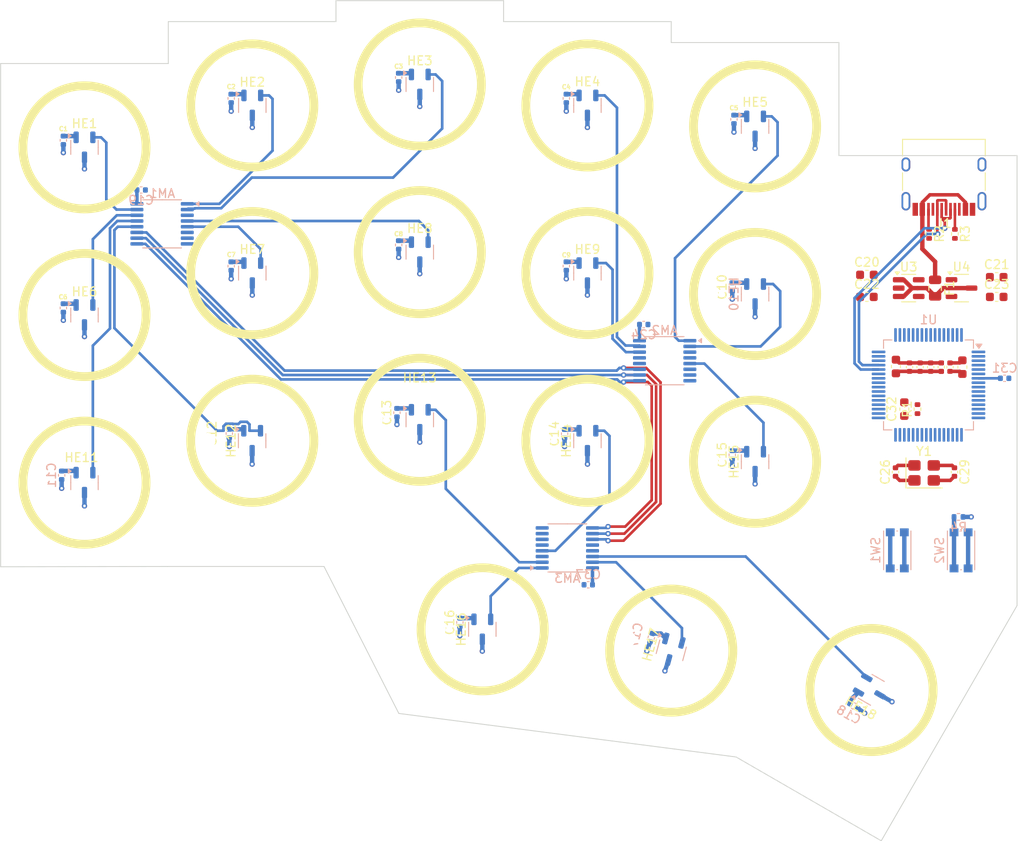
<source format=kicad_pcb>
(kicad_pcb (version 20241229) (generator "pcbnew") (generator_version "9.0")
  (layers (0 "F.Cu" signal) (2 "B.Cu" signal) (13 "F.Paste" user) (15 "B.Paste" user) (5 "F.SilkS" user "F.Silkscreen") (7 "B.SilkS" user "B.Silkscreen") (1 "F.Mask" user) (3 "B.Mask" user) (25 "Edge.Cuts" user))
  (net 0 "")
  (net 1 "HE3")
  (net 2 "HE2")
  (net 3 "MUX_SELECT_0")
  (net 4 "GND")
  (net 5 "HE1")
  (net 6 "HE6")
  (net 7 "HE4")
  (net 8 "HE5")
  (net 9 "HE8")
  (net 10 "HE7")
  (net 11 "+3.3VA")
  (net 12 "MUX_OUT_1")
  (net 13 "MUX_SELECT_2")
  (net 14 "MUX_SELECT_1")
  (net 15 "HE9")
  (net 16 "MUX_OUT_2")
  (net 17 "Net-(U1-VCAP_1)")
  (net 18 "+3.3V")
  (net 19 "NRST")
  (net 20 "/RCC_OSC_OUT")
  (net 21 "/RCC_OSC_IN")
  (net 22 "+5V")
  (net 23 "VBUS")
  (net 24 "Net-(J1-CC1)")
  (net 26 "Net-(J1-CC2)")
  (net 28 "SWDIO")
  (net 29 "SWO")
  (net 30 "SWCLK")
  (net 31 "/BOOT1")
  (net 32 "BOOT0")
  (net 45 "USB_D+")
  (net 50 "USB_D-")
  (net 74 "HE16")
  (net 75 "HE11")
  (net 76 "HE10")
  (net 77 "HE12")
  (net 78 "HE15")
  (net 79 "HE13")
  (net 80 "HE14")
  (net 81 "HE18")
  (net 82 "HE17")
  (footprint "HE60:MX-1U" (layer "F.Cu") (at 121.44375 61.9125)
    (property "Reference" "MX8")
    (property "Value" "1U")
  )
  (footprint "Resistor_SMD:R_0402_1005Metric" (layer "F.Cu") (at 182.25 59.84 -90)
    (property "Reference" "R3")
    (property "Value" "5.1k")
  )
  (footprint "Capacitor_SMD:C_0402_1005Metric" (layer "F.Cu") (at 180.697498 74.979999 90)
    (property "Reference" "C34" (hide yes))
    (property "Value" "100n" (hide yes))
  )
  (footprint "Package_TO_SOT_SMD:SOT-23-3" (layer "F.Cu") (at 183 66)
    (property "Reference" "U4")
    (property "Value" "XC6206P332MR-G")
  )
  (footprint "HE60:MX-1U" (layer "F.Cu") (at 172.775 111.67 60)
    (property "Reference" "MX18")
    (property "Value" "1U")
  )
  (footprint "Resistor_SMD:R_0402_1005Metric" (layer "F.Cu") (at 178 79.75 90)
    (property "Reference" "R1")
    (property "Value" "10k")
  )
  (footprint "HE60:MX-1U" (layer "F.Cu") (at 140.49375 45.24375)
    (property "Reference" "MX4")
    (property "Value" "1U")
  )
  (footprint "Capacitor_SMD:C_0402_1005Metric" (layer "F.Cu") (at 182.2 86.9 -90)
    (property "Reference" "C29")
    (property "Value" "10p")
  )
  (footprint "Capacitor_SMD:C_0402_1005Metric" (layer "F.Cu") (at 179.497498 74.979999 90)
    (property "Reference" "C30" (hide yes))
    (property "Value" "100n" (hide yes))
  )
  (footprint "HE60:MX-1U" (layer "F.Cu") (at 102.412502 45.24375)
    (property "Reference" "MX2")
    (property "Value" "1U")
  )
  (footprint "Capacitor_SMD:C_0402_1005Metric" (layer "F.Cu") (at 178.297498 74.979999 90)
    (property "Reference" "C28" (hide yes))
    (property "Value" "100n" (hide yes))
  )
  (footprint "Capacitor_SMD:C_0402_1005Metric" (layer "F.Cu") (at 177.097498 74.979999 90)
    (property "Reference" "C27" (hide yes))
    (property "Value" "100n" (hide yes))
  )
  (footprint "Fuse:Fuse_0805_2012Metric" (layer "F.Cu") (at 180 66 -90)
    (property "Reference" "F1")
    (property "Value" "BSMD0805-050-24V")
  )
  (footprint "HE60:MX-1U" (layer "F.Cu") (at 150.01875 107.19 -15)
    (property "Reference" "MX17")
    (property "Value" "1U")
  )
  (footprint "HE60:MX-1U" (layer "F.Cu") (at 140.49375 83.34375)
    (property "Reference" "MX14")
    (property "Value" "1U")
  )
  (footprint "Package_TO_SOT_SMD:SOT-23-5" (layer "F.Cu") (at 177 66)
    (property "Reference" "U3")
    (property "Value" "TLV75733PDBV")
  )
  (footprint "HE60:MX-1U" (layer "F.Cu") (at 159.54375 47.625)
    (property "Reference" "MX5")
    (property "Value" "1U")
  )
  (footprint "HE60:MX-1U" (layer "F.Cu") (at 121.44375 42.8625)
    (property "Reference" "MX3")
    (property "Value" "1U")
  )
  (footprint "HE60:MX-1U" (layer "F.Cu") (at 102.412502 83.34375)
    (property "Reference" "MX12")
    (property "Value" "1U")
  )
  (footprint "HE60:MX-1U" (layer "F.Cu") (at 140.49375 64.29375)
    (property "Reference" "MX9")
    (property "Value" "1U")
  )
  (footprint "Capacitor_SMD:C_0402_1005Metric" (layer "F.Cu") (at 180.697498 74.979999 90)
    (property "Reference" "C33" (hide yes))
    (property "Value" "100n" (hide yes))
  )
  (footprint "Capacitor_SMD:C_0402_1005Metric" (layer "F.Cu") (at 175.5 86.9 90)
    (property "Reference" "C26")
    (property "Value" "10p")
  )
  (footprint "Connector_USB:USB_C_Receptacle_HRO_TYPE-C-31-M-12" (layer "F.Cu") (at 181 53 180)
    (property "Reference" "J1")
    (property "Value" "TYPE-C-31-M-12")
  )
  (footprint "HE60:MX-1U" (layer "F.Cu") (at 121.44375 80.9625)
    (property "Reference" "MX13")
    (property "Value" "1U")
  )
  (footprint "Capacitor_SMD:C_0603_1608Metric" (layer "F.Cu") (at 187 64.75)
    (property "Reference" "C21")
    (property "Value" "1u")
  )
  (footprint "Capacitor_SMD:C_0603_1608Metric" (layer "F.Cu") (at 183.097498 74.979999 90)
    (property "Reference" "C36" (hide yes))
    (property "Value" "1u" (hide yes))
  )
  (footprint "Capacitor_SMD:C_0603_1608Metric" (layer "F.Cu") (at 176.5 79.75 90)
    (property "Reference" "C32")
    (property "Value" "4.7u")
  )
  (footprint "Capacitor_SMD:C_0603_1608Metric" (layer "F.Cu") (at 175.548926 74.909999 90)
    (property "Reference" "C25" (hide yes))
    (property "Value" "10u" (hide yes))
  )
  (footprint "Capacitor_SMD:C_0603_1608Metric" (layer "F.Cu") (at 187 67)
    (property "Reference" "C23")
    (property "Value" "1u")
  )
  (footprint "Resistor_SMD:R_0402_1005Metric" (layer "F.Cu") (at 179.32 59.84 -90)
    (property "Reference" "R2")
    (property "Value" "5.1k")
  )
  (footprint "Crystal:Crystal_SMD_3225-4Pin_3.2x2.5mm" (layer "F.Cu") (at 178.75 87)
    (property "Reference" "Y1")
    (property "Value" "X322516MLB4SI")
  )
  (footprint "HE60:MX-1U" (layer "F.Cu") (at 128.5875 104.775)
    (property "Reference" "MX16")
    (property "Value" "1U")
  )
  (footprint "HE60:MX-1U" (layer "F.Cu") (at 159.54375 85.725)
    (property "Reference" "MX15")
    (property "Value" "1U")
  )
  (footprint "HE60:MX-1U" (layer "F.Cu") (at 83.34375 50.00625)
    (property "Reference" "MX1")
    (property "Value" "1U")
  )
  (footprint "HE60:MX-1U" (layer "F.Cu") (at 83.34375 88.10625)
    (property "Reference" "MX11")
    (property "Value" "1U")
  )
  (footprint "HE60:MX-1U" (layer "F.Cu") (at 102.412502 64.29375)
    (property "Reference" "MX7")
    (property "Value" "1U")
  )
  (footprint "HE60:MX-1U" (layer "F.Cu") (at 83.34375 69.05625)
    (property "Reference" "MX6")
    (property "Value" "1U")
  )
  (footprint "Capacitor_SMD:C_0603_1608Metric" (layer "F.Cu") (at 172.25 67)
    (property "Reference" "C22")
    (property "Value" "2.2u")
  )
  (footprint "Capacitor_SMD:C_0603_1608Metric" (layer "F.Cu") (at 172.25 64.49)
    (property "Reference" "C20")
    (property "Value" "2.2u")
  )
  (footprint "Capacitor_SMD:C_0402_1005Metric" (layer "F.Cu") (at 181.697498 74.979999 90)
    (property "Reference" "C35" (hide yes))
    (property "Value" "100n" (hide yes))
  )
  (footprint "HE60:MX-1U" (layer "F.Cu") (at 159.54375 66.675)
    (property "Reference" "MX10")
    (property "Value" "1U")
  )
  (footprint "Package_TO_SOT_SMD:SOT-23-3" (layer "B.Cu") (at 83.34375 88.10625 -90)
    (property "Reference" "HE11")
    (property "Value" "OH49E-S")
  )
  (footprint "Package_TO_SOT_SMD:SOT-23-3" (layer "B.Cu") (at 121.44375 61.9125 -90)
    (property "Reference" "HE8")
    (property "Value" "OH49E-S")
  )
  (footprint "Package_TO_SOT_SMD:SOT-23-3" (layer "B.Cu") (at 102.39375 83.34375 -90)
    (property "Reference" "HE12")
    (property "Value" "OH49E-S")
  )
  (footprint "Package_TO_SOT_SMD:SOT-23-3" (layer "B.Cu") (at 140.49375 64.29375 -90)
    (property "Reference" "HE9")
    (property "Value" "OH49E-S")
  )
  (footprint "Capacitor_SMD:C_0402_1005Metric" (layer "B.Cu") (at 100.012502 63.49763 -90)
    (property "Reference" "C7")
    (property "Value" "100n")
  )
  (footprint "Capacitor_SMD:C_0402_1005Metric" (layer "B.Cu") (at 157.14375 46.825 -90)
    (property "Reference" "C5")
    (property "Value" "100n")
  )
  (footprint "Package_TO_SOT_SMD:SOT-23-3" (layer "B.Cu") (at 159.54375 66.675 -90)
    (property "Reference" "HE10")
    (property "Value" "OH49E-S")
  )
  (footprint "Capacitor_SMD:C_0402_1005Metric" (layer "B.Cu") (at 119.04375 42.0625 -90)
    (property "Reference" "C3")
    (property "Value" "100n")
  )
  (footprint "Package_TO_SOT_SMD:SOT-23-3" (layer "B.Cu") (at 140.49375 45.24375 -90)
    (property "Reference" "HE4")
    (property "Value" "OH49E-S")
  )
  (footprint "Capacitor_SMD:C_0402_1005Metric" (layer "B.Cu") (at 80.94375 49.20625 -90)
    (property "Reference" "C1")
    (property "Value" "100n")
  )
  (footprint "Package_TO_SOT_SMD:SOT-23-3" (layer "B.Cu") (at 159.54375 47.625 -90)
    (property "Reference" "HE5")
    (property "Value" "OH49E-S")
  )
  (footprint "Capacitor_SMD:C_0402_1005Metric" (layer "B.Cu") (at 126.000002 103.979999 -90)
    (property "Reference" "C16")
    (property "Value" "100n")
  )
  (footprint "Package_TO_SOT_SMD:SOT-23-3" (layer "B.Cu") (at 83.34375 50.00625 -90)
    (property "Reference" "HE1")
    (property "Value" "OH49E-S")
  )
  (footprint "Capacitor_SMD:C_0402_1005Metric" (layer "B.Cu") (at 138.09375 63.49375 -90)
    (property "Reference" "C9")
    (property "Value" "100n")
  )
  (footprint "Capacitor_SMD:C_0402_1005Metric" (layer "B.Cu") (at 80.750001 87.270001 -90)
    (property "Reference" "C11")
    (property "Value" "100n")
  )
  (footprint "Package_TO_SOT_SMD:SOT-23-3" (layer "B.Cu") (at 159.54375 85.725 -90)
    (property "Reference" "HE15")
    (property "Value" "OH49E-S")
  )
  (footprint "Package_TO_SOT_SMD:SOT-23-3" (layer "B.Cu") (at 121.44375 80.9625 -90)
    (property "Reference" "HE13")
    (property "Value" "OH49E-S")
  )
  (footprint "Capacitor_SMD:C_0402_1005Metric" (layer "B.Cu") (at 140.587504 99.709999 180)
    (property "Reference" "C37")
    (property "Value" "100n")
  )
  (footprint "Capacitor_SMD:C_0402_1005Metric" (layer "B.Cu") (at 187.9 76.25 180)
    (property "Reference" "C31")
    (property "Value" "100n")
  )
  (footprint "Package_TO_SOT_SMD:SOT-23-3" (layer "B.Cu") (at 140.49375 83.34375 -90)
    (property "Reference" "HE14")
    (property "Value" "OH49E-S")
  )
  (footprint "Button_Switch_SMD:SW_Push_1P1T_NO_CK_KMR2" (layer "B.Cu") (at 182.95 95.800001 -90)
    (property "Reference" "SW2")
    (property "Value" "BOOT")
  )
  (footprint "Capacitor_SMD:C_0402_1005Metric" (layer "B.Cu") (at 118.85 80.15 -90)
    (property "Reference" "C13")
    (property "Value" "100n")
  )
  (footprint "Capacitor_SMD:C_0402_1005Metric" (layer "B.Cu") (at 146.89 70.135)
    (property "Reference" "C24")
    (property "Value" "100n")
  )
  (footprint "Resistor_SMD:R_0402_1005Metric" (layer "B.Cu") (at 182.66 92)
    (property "Reference" "R4")
    (property "Value" "10k")
  )
  (footprint "Package_TO_SOT_SMD:SOT-23-3" (layer "B.Cu") (at 102.412502 45.24375 -90)
    (property "Reference" "HE2")
    (property "Value" "OH49E-S")
  )
  (footprint "Capacitor_SMD:C_0402_1005Metric" (layer "B.Cu") (at 137.899998 82.55 -90)
    (property "Reference" "C14")
    (property "Value" "100n")
  )
  (footprint "Capacitor_SMD:C_0402_1005Metric" (layer "B.Cu") (at 147.75 105.713644 -105)
    (property "Reference" "C17")
    (property "Value" "100n")
  )
  (footprint "Package_TO_SOT_SMD:SOT-23-3" (layer "B.Cu") (at 83.34375 69.05625 -90)
    (property "Reference" "HE6")
    (property "Value" "OH49E-S")
  )
  (footprint "Package_TO_SOT_SMD:SOT-23-3" (layer "B.Cu") (at 121.44375 42.8625 -90)
    (property "Reference" "HE3")
    (property "Value" "OH49E-S")
  )
  (footprint "Capacitor_SMD:C_0402_1005Metric" (layer "B.Cu") (at 80.94375 68.25625 -90)
    (property "Reference" "C6")
    (property "Value" "100n")
  )
  (footprint "Package_QFP:LQFP-64_10x10mm_P0.5mm" (layer "B.Cu") (at 179.25 77 180)
    (property "Reference" "U1")
    (property "Value" "STM32F446RET6")
  )
  (footprint "Capacitor_SMD:C_0402_1005Metric" (layer "B.Cu") (at 119.043752 61.092499 -90)
    (property "Reference" "C8")
    (property "Value" "100n")
  )
  (footprint "Capacitor_SMD:C_0402_1005Metric" (layer "B.Cu") (at 156.95 84.95 -90)
    (property "Reference" "C15")
    (property "Value" "100n")
  )
  (footprint "Capacitor_SMD:C_0402_1005Metric" (layer "B.Cu") (at 156.95 65.875 -90)
    (property "Reference" "C10")
    (property "Value" "100n")
  )
  (footprint "Package_TO_SOT_SMD:SOT-23-3" (layer "B.Cu") (at 128.549996 104.775 -90)
    (property "Reference" "HE16")
    (property "Value" "OH49E-S")
  )
  (footprint "Package_TO_SOT_SMD:SOT-23-3" (layer "B.Cu") (at 102.412502 64.29375 -90)
    (property "Reference" "HE7")
    (property "Value" "OH49E-S")
  )
  (footprint "Package_TO_SOT_SMD:SOT-23-3" (layer "B.Cu") (at 150.01875 107.15625 -105)
    (property "Reference" "HE17")
    (property "Value" "OH49E-S")
  )
  (footprint "Capacitor_SMD:C_0402_1005Metric" (layer "B.Cu") (at 138.09375 44.44375 -90)
    (property "Reference" "C4")
    (property "Value" "100n")
  )
  (footprint "Button_Switch_SMD:SW_Push_1P1T_NO_CK_KMR2" (layer "B.Cu") (at 175.699999 95.800001 -90)
    (property "Reference" "SW1")
    (property "Value" "RESET")
  )
  (footprint "Package_SO:TSSOP-16_4.4x5mm_P0.65mm" (layer "B.Cu") (at 138.212502 95.525)
    (property "Reference" "AM3")
    (property "Value" "SN74LV4051A")
  )
  (footprint "Package_SO:TSSOP-16_4.4x5mm_P0.65mm" (layer "B.Cu") (at 92.1625 58.7 180)
    (property "Reference" "AM1")
    (property "Value" "SN74LV4051A")
  )
  (footprint "Package_TO_SOT_SMD:SOT-23-3" (layer "B.Cu") (at 172.75 111.65 -30)
    (property "Reference" "HE18")
    (property "Value" "OH49E-S")
  )
  (footprint "Capacitor_SMD:C_0402_1005Metric" (layer "B.Cu") (at 89.785 54.85)
    (property "Reference" "C19")
    (property "Value" "100n")
  )
  (footprint "Package_SO:TSSOP-16_4.4x5mm_P0.65mm" (layer "B.Cu") (at 149.27 74.25 180)
    (property "Reference" "AM2")
    (property "Value" "SN74LV4051A")
  )
  (footprint "Capacitor_SMD:C_0402_1005Metric" (layer "B.Cu") (at 170.755 113.48 -30)
    (property "Reference" "C18")
    (property "Value" "100n")
  )
  (footprint "Capacitor_SMD:C_0402_1005Metric" (layer "B.Cu") (at 99.799998 82.520001 -90)
    (property "Reference" "C12")
    (property "Value" "100n")
  )
  (footprint "Capacitor_SMD:C_0402_1005Metric" (layer "B.Cu") (at 100.012502 44.44375 -90)
    (property "Reference" "C2")
    (property "Value" "100n")
  )
  (gr_line (start 119.06249 114.331215) (end 157.382889 119.277675) (stroke (width 0.1)) (layer "Edge.Cuts"))
  (gr_line (start 73.818756 97.662473) (end 92.81874 97.631257) (stroke (width 0.1)) (layer "Edge.Cuts"))
  (gr_line (start 150.018737 38.099997) (end 169.068738 38.099995) (stroke (width 0.1)) (layer "Edge.Cuts"))
  (gr_line (start 130.96875 33.337494) (end 130.968742 35.718747) (stroke (width 0.1)) (layer "Edge.Cuts"))
  (gr_line (start 150.018755 35.718746) (end 150.018737 38.099997) (stroke (width 0.1)) (layer "Edge.Cuts"))
  (gr_line (start 110.562485 97.631248) (end 119.06249 114.331215) (stroke (width 0.1)) (layer "Edge.Cuts"))
  (gr_line (start 92.868762 35.718756) (end 111.918731 35.718747) (stroke (width 0.1)) (layer "Edge.Cuts"))
  (gr_line (start 92.868783 40.481252) (end 92.868762 35.718756) (stroke (width 0.1)) (layer "Edge.Cuts"))
  (gr_line (start 73.818762 40.481248) (end 73.818756 97.662473) (stroke (width 0.1)) (layer "Edge.Cuts"))
  (gr_line (start 169.068738 38.099995) (end 169.068733 50.943723) (stroke (width 0.1)) (layer "Edge.Cuts"))
  (gr_line (start 189.312423 102.074108) (end 189.312415 50.943716) (stroke (width 0.1)) (layer "Edge.Cuts"))
  (gr_line (start 189.312415 50.943716) (end 169.068733 50.943723) (stroke (width 0.1)) (layer "Edge.Cuts"))
  (gr_line (start 130.968742 35.718747) (end 150.018746 35.718749) (stroke (width 0.1)) (layer "Edge.Cuts"))
  (gr_line (start 111.918741 33.337499) (end 130.96875 33.337494) (stroke (width 0.1)) (layer "Edge.Cuts"))
  (gr_line (start 157.382889 119.277675) (end 173.880668 128.802677) (stroke (width 0.1)) (layer "Edge.Cuts"))
  (gr_line (start 111.918731 35.718747) (end 111.918741 33.337499) (stroke (width 0.1)) (layer "Edge.Cuts"))
  (gr_line (start 188.168175 104.056) (end 173.880668 128.802677) (stroke (width 0.1)) (layer "Edge.Cuts"))
  (gr_line (start 73.818736 40.481247) (end 92.868764 40.481253) (stroke (width 0.1)) (layer "Edge.Cuts"))
  (gr_line (start 92.81874 97.631257) (end 110.562485 97.631248) (stroke (width 0.1)) (layer "Edge.Cuts"))
  (gr_line (start 188.168175 104.056) (end 189.312423 102.074108) (stroke (width 0.1)) (layer "Edge.Cuts"))
  (segment (start 123.99 47.865) (end 123.99 42.475) (width 0.3) (layer "B.Cu") (net 1))
  (segment (start 118.415 53.44) (end 123.99 47.865) (width 0.3) (layer "B.Cu") (net 1))
  (segment (start 95.025 57.075) (end 95.124 56.976) (width 0.3) (layer "B.Cu") (net 1))
  (segment (start 98.877521 56.926) (end 102.36352 53.44) (width 0.3) (layer "B.Cu") (net 1))
  (segment (start 102.36352 53.44) (end 118.415 53.44) (width 0.3) (layer "B.Cu") (net 1))
  (segment (start 95.852082 56.976) (end 95.902082 56.926) (width 0.3) (layer "B.Cu") (net 1))
  (segment (start 123.240001 41.725001) (end 122.393747 41.725001) (width 0.3) (layer "B.Cu") (net 1))
  (segment (start 123.99 42.475) (end 123.240001 41.725001) (width 0.3) (layer "B.Cu") (net 1))
  (segment (start 95.124 56.976) (end 95.852082 56.976) (width 0.3) (layer "B.Cu") (net 1))
  (segment (start 95.902082 56.926) (end 98.877521 56.926) (width 0.3) (layer "B.Cu") (net 1))
  (segment (start 104.71 50.385) (end 98.67 56.425) (width 0.3) (layer "B.Cu") (net 2))
  (segment (start 104.71 44.5) (end 104.71 50.385) (width 0.3) (layer "B.Cu") (net 2))
  (segment (start 103.362499 44.106251) (end 104.316251 44.106251) (width 0.3) (layer "B.Cu") (net 2))
  (segment (start 98.67 56.425) (end 95.025 56.425) (width 0.3) (layer "B.Cu") (net 2))
  (segment (start 104.316251 44.106251) (end 104.71 44.5) (width 0.3) (layer "B.Cu") (net 2))
  (segment (start 142.837504 94.700002) (end 144.599998 94.700002) (width 0.3) (layer "F.Cu") (net 3))
  (segment (start 148.8 76.7) (end 147.174997 75.074997) (width 0.3) (layer "F.Cu") (net 3))
  (segment (start 144.599998 94.700002) (end 148.8 90.5) (width 0.3) (layer "F.Cu") (net 3))
  (segment (start 148.8 90.5) (end 148.8 76.7) (width 0.3) (layer "F.Cu") (net 3))
  (segment (start 147.174997 75.074997) (end 144.6 75.074997) (width 0.3) (layer "F.Cu") (net 3))
  (via (at 144.6 75.074997) (size 0.6) (drill 0.3) (layers "F.Cu" "B.Cu") (net 3))
  (via (at 142.837504 94.700002) (size 0.6) (drill 0.3) (layers "F.Cu" "B.Cu") (net 3))
  (segment (start 144.750003 75.225) (end 144.6 75.074997) (width 0.3) (layer "B.Cu") (net 3))
  (segment (start 141.030003 94.549997) (end 142.687504 94.55) (width 0.3) (layer "B.Cu") (net 3))
  (segment (start 90.38352 59.675) (end 106.08252 75.374) (width 0.3) (layer "B.Cu") (net 3))
  (segment (start 144.125003 75.074997) (end 144.6 75.074997) (width 0.3) (layer "B.Cu") (net 3))
  (segment (start 146.4075 75.225) (end 144.750003 75.225) (width 0.3) (layer "B.Cu") (net 3))
  (segment (start 89.3 59.675) (end 90.38352 59.675) (width 0.3) (layer "B.Cu") (net 3))
  (segment (start 143.826 75.374) (end 144.125003 75.074997) (width 0.3) (layer "B.Cu") (net 3))
  (segment (start 106.08252 75.374) (end 143.826 75.374) (width 0.3) (layer "B.Cu") (net 3))
  (segment (start 142.687504 94.55) (end 142.837504 94.700002) (width 0.3) (layer "B.Cu") (net 3))
  (segment (start 180.697496 74.5) (end 177.097496 74.5) (width 0.4) (layer "F.Cu") (net 4))
  (segment (start 177.65 86.15) (end 175.769999 86.15) (width 0.4) (layer "F.Cu") (net 4))
  (segment (start 181.697496 74.5) (end 182.802503 74.5) (width 0.4) (layer "F.Cu") (net 4))
  (segment (start 182.802503 74.5) (end 183.097504 74.204999) (width 0.4) (layer "F.Cu") (net 4))
  (segment (start 177.097496 74.5) (end 175.913933 74.5) (width 0.4) (layer "F.Cu") (net 4))
  (segment (start 175.769999 86.15) (end 175.499998 86.420001) (width 0.4) (layer "F.Cu") (net 4))
  (segment (start 175.913933 74.5) (end 175.548932 74.134999) (width 0.4) (layer "F.Cu") (net 4))
  (segment (start 181.730001 87.85) (end 182.200001 87.38) (width 0.4) (layer "F.Cu") (net 4))
  (segment (start 179.85 87.85) (end 181.730001 87.85) (width 0.4) (layer "F.Cu") (net 4))
  (via (at 138.093748 45.893752) (size 0.6) (drill 0.3) (layers "F.Cu" "B.Cu") (net 4))
  (via (at 147.25 107.25) (size 0.6) (drill 0.3) (layers "F.Cu" "B.Cu") (net 4))
  (via (at 140.5 86) (size 0.6) (drill 0.3) (layers "F.Cu" "B.Cu") (net 4))
  (via (at 102.4125 66.793752) (size 0.6) (drill 0.3) (layers "F.Cu" "B.Cu") (net 4))
  (via (at 159.54375 69.25) (size 0.6) (drill 0.3) (layers "F.Cu" "B.Cu") (net 4))
  (via (at 83.343748 71.506252) (size 0.6) (drill 0.3) (layers "F.Cu" "B.Cu") (net 4))
  (via (at 80.94375 50.60625) (size 0.6) (drill 0.3) (layers "F.Cu" "B.Cu") (net 4))
  (via (at 149.3 109.5) (size 0.6) (drill 0.3) (layers "F.Cu" "B.Cu") (net 4))
  (via (at 138.093748 64.943752) (size 0.6) (drill 0.3) (layers "F.Cu" "B.Cu") (net 4))
  (via (at 172 114.3) (size 0.6) (drill 0.3) (layers "F.Cu" "B.Cu") (net 4))
  (via (at 157.143748 48.275002) (size 0.6) (drill 0.3) (layers "F.Cu" "B.Cu") (net 4))
  (via (at 119.043748 62.512502) (size 0.6) (drill 0.3) (layers "F.Cu" "B.Cu") (net 4))
  (via (at 140.493748 66.793752) (size 0.6) (drill 0.3) (layers "F.Cu" "B.Cu") (net 4))
  (via (at 121.443748 64.362502) (size 0.6) (drill 0.3) (layers "F.Cu" "B.Cu") (net 4))
  (via (at 159.54375 88.25) (size 0.6) (drill 0.3) (layers "F.Cu" "B.Cu") (net 4))
  (via (at 128.549996 107.25) (size 0.6) (drill 0.3) (layers "F.Cu" "B.Cu") (net 4))
  (via (at 118.850002 81.5) (size 0.6) (drill 0.3) (layers "F.Cu" "B.Cu") (net 4))
  (via (at 99.8 84) (size 0.6) (drill 0.3) (layers "F.Cu" "B.Cu") (net 4))
  (via (at 83.34375 90.75) (size 0.6) (drill 0.3) (layers "F.Cu" "B.Cu") (net 4))
  (via (at 119.043748 43.512502) (size 0.6) (drill 0.3) (layers "F.Cu" "B.Cu") (net 4))
  (via (at 121.44375 83.5) (size 0.6) (drill 0.3) (layers "F.Cu" "B.Cu") (net 4))
  (via (at 80.943748 69.656252) (size 0.6) (drill 0.3) (layers "F.Cu" "B.Cu") (net 4))
  (via (at 83.34375 52.45625) (size 0.6) (drill 0.3) (layers "F.Cu" "B.Cu") (net 4))
  (via (at 184.1 92) (size 0.6) (drill 0.3) (layers "F.Cu" "B.Cu") (net 4))
  (via (at 126 105.5) (size 0.6) (drill 0.3) (layers "F.Cu" "B.Cu") (net 4))
  (via (at 121.443748 45.362502) (size 0.6) (drill 0.3) (layers "F.Cu" "B.Cu") (net 4))
  (via (at 140.493748 47.743752) (size 0.6) (drill 0.3) (layers "F.Cu" "B.Cu") (net 4))
  (via (at 156.950002 86.25) (size 0.6) (drill 0.3) (layers "F.Cu" "B.Cu") (net 4))
  (via (at 100.0125 64.943752) (size 0.6) (drill 0.3) (layers "F.Cu" "B.Cu") (net 4))
  (via (at 137.9 84) (size 0.6) (drill 0.3) (layers "F.Cu" "B.Cu") (net 4))
  (via (at 80.75 88.75) (size 0.6) (drill 0.3) (layers "F.Cu" "B.Cu") (net 4))
  (via (at 175.1 113) (size 0.6) (drill 0.3) (layers "F.Cu" "B.Cu") (net 4))
  (via (at 156.950002 67.25) (size 0.6) (drill 0.3) (layers "F.Cu" "B.Cu") (net 4))
  (via (at 102.39375 86) (size 0.6) (drill 0.3) (layers "F.Cu" "B.Cu") (net 4))
  (via (at 159.543748 50.125002) (size 0.6) (drill 0.3) (layers "F.Cu" "B.Cu") (net 4))
  (via (at 100.0125 45.893752) (size 0.6) (drill 0.3) (layers "F.Cu" "B.Cu") (net 4))
  (via (at 102.4125 47.743752) (size 0.6) (drill 0.3) (layers "F.Cu" "B.Cu") (net 4))
  (segment (start 99.8 84) (end 99.8 83) (width 0.5) (layer "B.Cu") (net 4))
  (segment (start 183.17 92) (end 184.1 92) (width 0.5) (layer "B.Cu") (net 4))
  (segment (start 80.750002 87.729999) (end 80.750002 88.749998) (width 0.5) (layer "B.Cu") (net 4))
  (segment (start 102.4125 65.481252) (end 102.4125 66.793752) (width 0.5) (layer "B.Cu") (net 4))
  (segment (start 119.04375 42.592501) (end 119.04375 43.5125) (width 0.5) (layer "B.Cu") (net 4))
  (segment (start 156.950002 67.25) (end 156.950002 66.354999) (width 0.5) (layer "B.Cu") (net 4))
  (segment (start 119.04375 61.592501) (end 119.04375 62.5125) (width 0.5) (layer "B.Cu") (net 4))
  (segment (start 80.943752 50.606248) (end 80.94375 50.60625) (width 0.5) (layer "B.Cu") (net 4))
  (segment (start 121.443748 44.050002) (end 121.443748 45.362502) (width 0.5) (layer "B.Cu") (net 4))
  (segment (start 156.950002 86.25) (end 156.950002 85.429999) (width 0.5) (layer "B.Cu") (net 4))
  (segment (start 159.543748 48.812502) (end 159.543748 50.125002) (width 0.5) (layer "B.Cu") (net 4))
  (segment (start 140.49375 84.48125) (end 140.49375 85.99375) (width 0.5) (layer "B.Cu") (net 4))
  (segment (start 126.000004 105.499996) (end 126 105.5) (width 0.5) (layer "B.Cu") (net 4))
  (segment (start 118.850002 81.5) (end 118.850002 80.629999) (width 0.5) (layer "B.Cu") (net 4))
  (segment (start 100.012502 64.023751) (end 100.012502 64.94375) (width 0.5) (layer "B.Cu") (net 4))
  (segment (start 83.34375 90.75) (end 83.34375 89.24375) (width 0.5) (layer "B.Cu") (net 4))
  (segment (start 100.012502 44.973751) (end 100.012502 45.89375) (width 0.5) (layer "B.Cu") (net 4))
  (segment (start 83.34375 51.14375) (end 83.34375 52.45625) (width 0.5) (layer "B.Cu") (net 4))
  (segment (start 159.54375 69.25) (end 159.54375 67.8125) (width 0.5) (layer "B.Cu") (net 4))
  (segment (start 128.549996 107.25) (end 128.549996 105.9125) (width 0.5) (layer "B.Cu") (net 4))
  (segment (start 138.09375 44.973751) (end 138.09375 45.89375) (width 0.5) (layer "B.Cu") (net 4))
  (segment (start 102.39375 86) (end 102.39375 84.48125) (width 0.5) (layer "B.Cu") (net 4))
  (segment (start 147.625769 106.177288) (end 147.25 107.25) (width 0.5) (layer "B.Cu") (net 4))
  (segment (start 138.09375 64.023751) (end 138.09375 64.94375) (width 0.5) (layer "B.Cu") (net 4))
  (segment (start 140.49375 85.99375) (end 140.5 86) (width 0.5) (layer "B.Cu") (net 4))
  (segment (start 140.493748 65.481252) (end 140.493748 66.793752) (width 0.5) (layer "B.Cu") (net 4))
  (segment (start 137.9 84) (end 137.9 83.029999) (width 0.5) (layer "B.Cu") (net 4))
  (segment (start 83.343748 70.193752) (end 83.343748 71.506252) (width 0.5) (layer "B.Cu") (net 4))
  (segment (start 149.724344 108.25499) (end 149.3 109.5) (width 0.5) (layer "B.Cu") (net 4))
  (segment (start 176.499999 93.75) (end 176.5 97.850001) (width 0.5) (layer "B.Cu") (net 4))
  (segment (start 157.14375 47.355001) (end 157.14375 48.275) (width 0.5) (layer "B.Cu") (net 4))
  (segment (start 80.750002 88.749998) (end 80.75 88.75) (width 0.5) (layer "B.Cu") (net 4))
  (segment (start 80.94375 68.736251) (end 80.94375 69.65625) (width 0.5) (layer "B.Cu") (net 4))
  (segment (start 159.54375 88.25) (end 159.54375 86.8625) (width 0.5) (layer "B.Cu") (net 4))
  (segment (start 140.493748 46.431252) (end 140.493748 47.743752) (width 0.5) (layer "B.Cu") (net 4))
  (segment (start 121.44375 83.5) (end 121.44375 82.1) (width 0.5) (layer "B.Cu") (net 4))
  (segment (start 121.443748 63.050002) (end 121.443748 64.362502) (width 0.5) (layer "B.Cu") (net 4))
  (segment (start 102.4125 46.431252) (end 102.4125 47.743752) (width 0.5) (layer "B.Cu") (net 4))
  (segment (start 171.170693 113.719998) (end 172 114.3) (width 0.5) (layer "B.Cu") (net 4))
  (segment (start 126.000004 104.459998) (end 126.000004 105.499996) (width 0.5) (layer "B.Cu") (net 4))
  (segment (start 80.943752 49.686249) (end 80.943752 50.606248) (width 0.5) (layer "B.Cu") (net 4))
  (segment (start 173.735104 112.21875) (end 175.1 113) (width 0.5) (layer "B.Cu") (net 4))
  (segment (start 85.223751 48.868751) (end 85.825 49.47) (width 0.3) (layer "B.Cu") (net 5))
  (segment (start 86.975 57.075) (end 89.3 57.075) (width 0.3) (layer "B.Cu") (net 5))
  (segment (start 84.293747 48.868751) (end 85.223751 48.868751) (width 0.3) (layer "B.Cu") (net 5))
  (segment (start 85.825 55.925) (end 86.975 57.075) (width 0.3) (layer "B.Cu") (net 5))
  (segment (start 85.825 49.47) (end 85.825 55.925) (width 0.3) (layer "B.Cu") (net 5))
  (segment (start 87.015 57.725) (end 84.293747 60.446253) (width 0.3) (layer "B.Cu") (net 6))
  (segment (start 84.293747 60.446253) (end 84.293747 67.918751) (width 0.3) (layer "B.Cu") (net 6))
  (segment (start 89.3 57.725) (end 87.015 57.725) (width 0.3) (layer "B.Cu") (net 6))
  (segment (start 146.4075 72.526) (end 144.826 72.526) (width 0.3) (layer "B.Cu") (net 7))
  (segment (start 146.4075 72.625) (end 146.4075 72.526) (width 0.3) (layer "B.Cu") (net 7))
  (segment (start 143.85 71.55) (end 143.85 45.5) (width 0.3) (layer "B.Cu") (net 7))
  (segment (start 142.456251 44.106251) (end 141.443747 44.106251) (width 0.3) (layer "B.Cu") (net 7))
  (segment (start 144.826 72.526) (end 143.85 71.55) (width 0.3) (layer "B.Cu") (net 7))
  (segment (start 143.85 45.5) (end 142.456251 44.106251) (width 0.3) (layer "B.Cu") (net 7))
  (segment (start 150.875 71.975) (end 150.45 71.55) (width 0.3) (layer "B.Cu") (net 8))
  (segment (start 161.437501 46.487501) (end 160.493747 46.487501) (width 0.3) (layer "B.Cu") (net 8))
  (segment (start 162.1 47.15) (end 161.437501 46.487501) (width 0.3) (layer "B.Cu") (net 8))
  (segment (start 152.1325 71.975) (end 150.875 71.975) (width 0.3) (layer "B.Cu") (net 8))
  (segment (start 162.1 50.95) (end 162.1 47.15) (width 0.3) (layer "B.Cu") (net 8))
  (segment (start 150.45 62.6) (end 162.1 50.95) (width 0.3) (layer "B.Cu") (net 8))
  (segment (start 150.45 71.55) (end 150.45 62.6) (width 0.3) (layer "B.Cu") (net 8))
  (segment (start 122.393747 59.423747) (end 122.393747 60.775001) (width 0.3) (layer "B.Cu") (net 9))
  (segment (start 121.345 58.375) (end 122.393747 59.423747) (width 0.3) (layer "B.Cu") (net 9))
  (segment (start 95.025 58.375) (end 121.345 58.375) (width 0.3) (layer "B.Cu") (net 9))
  (segment (start 103.362499 61.572499) (end 103.362499 63.156251) (width 0.3) (layer "B.Cu") (net 10))
  (segment (start 95.025 59.025) (end 100.815 59.025) (width 0.3) (layer "B.Cu") (net 10))
  (segment (start 100.815 59.025) (end 103.362499 61.572499) (width 0.3) (layer "B.Cu") (net 10))
  (segment (start 182.802491 75.459998) (end 183.097492 75.754999) (width 0.4) (layer "F.Cu") (net 11))
  (segment (start 181.6975 75.459998) (end 182.802491 75.459998) (width 0.4) (layer "F.Cu") (net 11))
  (segment (start 138.093748 43.963751) (end 139.401248 43.963751) (width 0.5) (layer "B.Cu") (net 11))
  (segment (start 156.949998 65.395001) (end 158.451257 65.395001) (width 0.5) (layer "B.Cu") (net 11))
  (segment (start 158.451248 46.345001) (end 158.593748 46.487501) (width 0.5) (layer "B.Cu") (net 11))
  (segment (start 119.04375 60.6125) (end 120.331247 60.6125) (width 0.5) (layer "B.Cu") (net 11))
  (segment (start 148.833897 105.25) (end 149.395534 105.811637) (width 0.5) (layer "B.Cu") (net 11))
  (segment (start 100.0125 63.017631) (end 101.32388 63.017631) (width 0.5) (layer "B.Cu") (net 11))
  (segment (start 141.067501 99.709998) (end 141.067503 97.8075) (width 0.4) (layer "B.Cu") (net 11))
  (segment (start 101.32 43.963751) (end 101.4625 44.106251) (width 0.5) (layer "B.Cu") (net 11))
  (segment (start 101.32388 63.017631) (end 101.4625 63.156251) (width 0.5) (layer "B.Cu") (net 11))
  (segment (start 120.338757 79.670001) (end 120.493759 79.825003) (width 0.5) (layer "B.Cu") (net 11))
  (segment (start 82.251248 48.726251) (end 82.393748 48.868751) (width 0.5) (layer "B.Cu") (net 11))
  (segment (start 146.41 71.9725) (end 146.4075 71.975) (width 0.4) (layer "B.Cu") (net 11))
  (segment (start 120.351248 41.582501) (end 120.493748 41.725001) (width 0.5) (layer "B.Cu") (net 11))
  (segment (start 82.195007 86.770001) (end 82.393759 86.968753) (width 0.5) (layer "B.Cu") (net 11))
  (segment (start 120.331247 60.6125) (end 120.493748 60.775001) (width 0.5) (layer "B.Cu") (net 11))
  (segment (start 80.943748 67.776251) (end 82.251248 67.776251) (width 0.5) (layer "B.Cu") (net 11))
  (segment (start 137.899996 82.070001) (end 139.407507 82.070001) (width 0.5) (layer "B.Cu") (net 11))
  (segment (start 126 103.5) (end 127.462502 103.5) (width 0.5) (layer "B.Cu") (net 11))
  (segment (start 120.486248 41.732501) (end 120.493748 41.725001) (width 0.5) (layer "B.Cu") (net 11))
  (segment (start 158.476257 84.470001) (end 158.593759 84.587503) (width 0.5) (layer "B.Cu") (net 11))
  (segment (start 101.277508 82.040002) (end 101.443759 82.206253) (width 0.5) (layer "B.Cu") (net 11))
  (segment (start 170.339307 112.854563) (end 171.289899 111.903971) (width 0.5) (layer "B.Cu") (net 11))
  (segment (start 139.407507 82.070001) (end 139.543759 82.206253) (width 0.5) (layer "B.Cu") (net 11))
  (segment (start 82.251248 67.776251) (end 82.393748 67.918751) (width 0.5) (layer "B.Cu") (net 11))
  (segment (start 118.849998 79.670001) (end 120.338757 79.670001) (width 0.5) (layer "B.Cu") (net 11))
  (segment (start 89.3 54.855002) (end 89.305001 54.850001) (width 0.4) (layer "B.Cu") (net 11))
  (segment (start 127.462502 103.5) (end 127.600005 103.637503) (width 0.5) (layer "B.Cu") (net 11))
  (segment (start 89.3 56.425) (end 89.3 54.855002) (width 0.4) (layer "B.Cu") (net 11))
  (segment (start 158.586248 46.495001) (end 158.593748 46.487501) (width 0.5) (layer "B.Cu") (net 11))
  (segment (start 156.949998 84.470001) (end 158.476257 84.470001) (width 0.5) (layer "B.Cu") (net 11))
  (segment (start 100.0125 43.963751) (end 101.32 43.963751) (width 0.5) (layer "B.Cu") (net 11))
  (segment (start 146.41 70.135002) (end 146.41 71.9725) (width 0.4) (layer "B.Cu") (net 11))
  (segment (start 158.451257 65.395001) (end 158.593759 65.537503) (width 0.5) (layer "B.Cu") (net 11))
  (segment (start 80.749998 86.770001) (end 82.195007 86.770001) (width 0.5) (layer "B.Cu") (net 11))
  (segment (start 99.799996 82.040002) (end 101.277508 82.040002) (width 0.5) (layer "B.Cu") (net 11))
  (segment (start 80.943748 48.726251) (end 82.251248 48.726251) (width 0.5) (layer "B.Cu") (net 11))
  (segment (start 82.381249 48.88125) (end 82.393748 48.868751) (width 0.5) (layer "B.Cu") (net 11))
  (segment (start 138.093748 63.013751) (end 139.401248 63.013751) (width 0.5) (layer "B.Cu") (net 11))
  (segment (start 147.874231 105.25) (end 148.833897 105.25) (width 0.5) (layer "B.Cu") (net 11))
  (segment (start 170.339307 113.240002) (end 170.339307 112.854563) (width 0.5) (layer "B.Cu") (net 11))
  (segment (start 139.401248 63.013751) (end 139.543748 63.156251) (width 0.5) (layer "B.Cu") (net 11))
  (segment (start 119.043748 41.582501) (end 120.351248 41.582501) (width 0.5) (layer "B.Cu") (net 11))
  (segment (start 157.143748 46.345001) (end 158.451248 46.345001) (width 0.5) (layer "B.Cu") (net 11))
  (segment (start 142.837507 93.099994) (end 142.837513 93.1) (width 0.3) (layer "F.Cu") (net 13))
  (segment (start 142.837513 93.1) (end 144.78296 93.1) (width 0.3) (layer "F.Cu") (net 13))
  (segment (start 147.798 90.08496) (end 147.798 77.11504) (width 0.3) (layer "F.Cu") (net 13))
  (segment (start 147.357963 76.675003) (end 144.6 76.675003) (width 0.3) (layer "F.Cu") (net 13))
  (segment (start 147.798 77.11504) (end 147.357963 76.675003) (width 0.3) (layer "F.Cu") (net 13))
  (segment (start 144.78296 93.1) (end 147.798 90.08496) (width 0.3) (layer "F.Cu") (net 13))
  (via (at 144.6 76.675003) (size 0.6) (drill 0.3) (layers "F.Cu" "B.Cu") (net 13))
  (via (at 142.837507 93.099994) (size 0.6) (drill 0.3) (layers "F.Cu" "B.Cu") (net 13))
  (segment (start 90.26648 60.975) (end 105.66748 76.376) (width 0.3) (layer "B.Cu") (net 13))
  (segment (start 105.66748 76.376) (end 143.876 76.376) (width 0.3) (layer "B.Cu") (net 13))
  (segment (start 142.837507 93.099994) (end 142.687503 93.249999) (width 0.3) (layer "B.Cu") (net 13))
  (segment (start 146.4075 76.525) (end 144.750003 76.525) (width 0.3) (layer "B.Cu") (net 13))
  (segment (start 143.876 76.376) (end 144.175003 76.675003) (width 0.3) (layer "B.Cu") (net 13))
  (segment (start 89.3 60.975) (end 90.26648 60.975) (width 0.3) (layer "B.Cu") (net 13))
  (segment (start 144.750003 76.525) (end 144.6 76.675003) (width 0.3) (layer "B.Cu") (net 13))
  (segment (start 144.175003 76.675003) (end 144.6 76.675003) (width 0.3) (layer "B.Cu") (net 13))
  (segment (start 141.030009 93.250001) (end 142.687503 93.249999) (width 0.3) (layer "B.Cu") (net 13))
  (segment (start 147.26648 75.875) (end 144.6 75.875) (width 0.3) (layer "F.Cu") (net 14))
  (segment (start 144.691481 93.899999) (end 148.299 90.29248) (width 0.3) (layer "F.Cu") (net 14))
  (segment (start 148.299 90.29248) (end 148.299 76.90752) (width 0.3) (layer "F.Cu") (net 14))
  (segment (start 142.837508 93.899999) (end 144.691481 93.899999) (width 0.3) (layer "F.Cu") (net 14))
  (segment (start 148.299 76.90752) (end 147.26648 75.875) (width 0.3) (layer "F.Cu") (net 14))
  (via (at 144.6 75.875) (size 0.6) (drill 0.3) (layers "F.Cu" "B.Cu") (net 14))
  (via (at 142.837508 93.899999) (size 0.6) (drill 0.3) (layers "F.Cu" "B.Cu") (net 14))
  (segment (start 89.3 60.325) (end 90.325 60.325) (width 0.3) (layer "B.Cu") (net 14))
  (segment (start 105.875 75.875) (end 144.6 75.875) (width 0.3) (layer "B.Cu") (net 14))
  (segment (start 144.6 75.875) (end 146.4075 75.875) (width 0.3) (layer "B.Cu") (net 14))
  (segment (start 90.325 60.325) (end 105.875 75.875) (width 0.3) (layer "B.Cu") (net 14))
  (segment (start 142.837508 93.899999) (end 141.030007 93.899998) (width 0.3) (layer "B.Cu") (net 14))
  (segment (start 144.866479 73.275) (end 146.4075 73.275) (width 0.3) (layer "B.Cu") (net 15))
  (segment (start 142.606251 63.156251) (end 143.349 63.899) (width 0.3) (layer "B.Cu") (net 15))
  (segment (start 143.349 63.899) (end 143.349 71.757521) (width 0.3) (layer "B.Cu") (net 15))
  (segment (start 143.349 71.757521) (end 144.866479 73.275) (width 0.3) (layer "B.Cu") (net 15))
  (segment (start 141.443747 63.156251) (end 142.606251 63.156251) (width 0.3) (layer "B.Cu") (net 15))
  (segment (start 175.773921 75.459998) (end 175.54892 75.684999) (width 0.4) (layer "F.Cu") (net 18))
  (segment (start 180.6975 75.459998) (end 175.773921 75.459998) (width 0.4) (layer "F.Cu") (net 18))
  (segment (start 183.75 93.75) (end 183.750001 97.850001) (width 0.5) (layer "B.Cu") (net 18))
  (segment (start 184.925 76.25) (end 187.42 76.25) (width 0.3) (layer "B.Cu") (net 19))
  (segment (start 174.899998 93.750001) (end 174.899999 97.850002) (width 0.5) (layer "B.Cu") (net 19))
  (segment (start 179.85 86.15) (end 181.929999 86.15) (width 0.4) (layer "F.Cu") (net 20))
  (segment (start 181.929999 86.15) (end 182.199999 86.42) (width 0.4) (layer "F.Cu") (net 20))
  (segment (start 175.970003 87.85) (end 175.500002 87.379999) (width 0.4) (layer "F.Cu") (net 21))
  (segment (start 177.65 87.85) (end 175.970003 87.85) (width 0.4) (layer "F.Cu") (net 21))
  (segment (start 179.999999 66.9375) (end 179.062499 66) (width 0.5) (layer "F.Cu") (net 22))
  (segment (start 176.4291 65.05) (end 175.8625 65.05) (width 0.5) (layer "F.Cu") (net 22))
  (segment (start 179.999999 66.9375) (end 180.937499 66) (width 0.5) (layer "F.Cu") (net 22))
  (segment (start 180.937499 66) (end 184.1375 66) (width 0.5) (layer "F.Cu") (net 22))
  (segment (start 177.3791 66) (end 176.4291 65.05) (width 0.5) (layer "F.Cu") (net 22))
  (segment (start 176.4291 66.95) (end 175.8625 66.95) (width 0.5) (layer "F.Cu") (net 22))
  (segment (start 177.3791 66) (end 176.4291 66.95) (width 0.5) (layer "F.Cu") (net 22))
  (segment (start 179.062499 66) (end 178 66) (width 0.5) (layer "F.Cu") (net 22))
  (segment (start 178 66) (end 177.3791 66) (width 0.5) (layer "F.Cu") (net 22))
  (segment (start 180.000001 65.0625) (end 180 65.062499) (width 0.5) (layer "F.Cu") (net 23))
  (segment (start 183.450001 56.257431) (end 182.59257 55.4) (width 0.4) (layer "F.Cu") (net 23))
  (segment (start 178.550002 56.257433) (end 178.550002 57.044999) (width 0.4) (layer "F.Cu") (net 23))
  (segment (start 180 63) (end 178.550002 61.550002) (width 0.5) (layer "F.Cu") (net 23))
  (segment (start 180 65.062499) (end 180 63) (width 0.5) (layer "F.Cu") (net 23))
  (segment (start 179.407435 55.4) (end 178.550002 56.257433) (width 0.4) (layer "F.Cu") (net 23))
  (segment (start 178.550002 61.550002) (end 178.550002 57.044999) (width 0.5) (layer "F.Cu") (net 23))
  (segment (start 182.59257 55.4) (end 179.407435 55.4) (width 0.4) (layer "F.Cu") (net 23))
  (segment (start 183.450001 57.045002) (end 183.450001 56.257431) (width 0.4) (layer "F.Cu") (net 23))
  (segment (start 182.25 57.045) (end 182.25 59.33) (width 0.29) (layer "F.Cu") (net 24))
  (segment (start 179.249998 59.259998) (end 179.249998 57.045002) (width 0.3) (layer "F.Cu") (net 26))
  (segment (start 179.32 59.33) (end 179.249998 59.259998) (width 0.3) (layer "F.Cu") (net 26))
  (segment (start 182.149999 93.750001) (end 182.15 97.850002) (width 0.5) (layer "B.Cu") (net 32))
  (segment (start 182.15 92) (end 182.149999 93.750001) (width 0.5) (layer "B.Cu") (net 32))
  (segment (start 181.193998 56.018998) (end 181.250002 56.075002) (width 0.3) (layer "F.Cu") (net 45))
  (segment (start 180.250001 59.800001) (end 180.3 59.85) (width 0.3) (layer "F.Cu") (net 45))
  (segment (start 181.250002 56.075002) (end 181.250002 57.045001) (width 0.3) (layer "F.Cu") (net 45))
  (segment (start 180.250001 57.044999) (end 180.250001 59.800001) (width 0.3) (layer "F.Cu") (net 45))
  (segment (start 180.250001 56.068) (end 180.299003 56.018998) (width 0.3) (layer "F.Cu") (net 45))
  (segment (start 180.250001 57.044999) (end 180.250001 56.068) (width 0.3) (layer "F.Cu") (net 45))
  (segment (start 180.299003 56.018998) (end 181.193998 56.018998) (width 0.3) (layer "F.Cu") (net 45))
  (via (at 180.3 59.85) (size 0.6) (drill 0.3) (layers "F.Cu" "B.Cu") (net 45))
  (segment (start 179.05 59.85) (end 171.35 67.55) (width 0.3) (layer "B.Cu") (net 45))
  (segment (start 180.3 59.85) (end 179.05 59.85) (width 0.3) (layer "B.Cu") (net 45))
  (segment (start 171.35 67.55) (end 171.35 74.35) (width 0.3) (layer "B.Cu") (net 45))
  (segment (start 171.35 74.35) (end 171.75 74.75) (width 0.3) (layer "B.Cu") (net 45))
  (segment (start 171.75 74.75) (end 173.575 74.75) (width 0.3) (layer "B.Cu") (net 45))
  (segment (start 180.750003 57.85) (end 180.750003 58.022002) (width 0.3) (layer "F.Cu") (net 50))
  (segment (start 180.799002 58.071001) (end 181.701002 58.071001) (width 0.3) (layer "F.Cu") (net 50))
  (segment (start 181.095109 59.2) (end 181.095109 58.445109) (width 0.3) (layer "F.Cu") (net 50))
  (segment (start 180.750003 57.044998) (end 180.750003 57.85) (width 0.3) (layer "F.Cu") (net 50))
  (segment (start 181.701002 58.071001) (end 181.750001 58.022002) (width 0.3) (layer "F.Cu") (net 50))
  (segment (start 181.095109 58.445109) (end 180.750003 58.100003) (width 0.3) (layer "F.Cu") (net 50))
  (segment (start 181.750001 58.022002) (end 181.750001 57.044999) (width 0.3) (layer "F.Cu") (net 50))
  (segment (start 180.750003 58.100003) (end 180.750003 57.85) (width 0.3) (layer "F.Cu") (net 50))
  (segment (start 180.750003 58.022002) (end 180.799002 58.071001) (width 0.3) (layer "F.Cu") (net 50))
  (via (at 181.095109 59.2) (size 0.6) (drill 0.3) (layers "F.Cu" "B.Cu") (net 50))
  (segment (start 181.095109 59.2) (end 178.779346 59.2) (width 0.3) (layer "B.Cu") (net 50))
  (segment (start 170.849 67.130346) (end 170.849 74.55752) (width 0.3) (layer "B.Cu") (net 50))
  (segment (start 170.849 74.55752) (end 171.54148 75.25) (width 0.3) (layer "B.Cu") (net 50))
  (segment (start 171.54148 75.25) (end 173.575 75.25) (width 0.3) (layer "B.Cu") (net 50))
  (segment (start 178.779346 59.2) (end 170.849 67.130346) (width 0.3) (layer "B.Cu") (net 50))
  (segment (start 132.700001 97.799999) (end 129.5 101) (width 0.3) (layer "B.Cu") (net 74))
  (segment (start 135.350001 97.799999) (end 132.700001 97.799999) (width 0.3) (layer "B.Cu") (net 74))
  (segment (start 129.5 101) (end 129.5 103.637506) (width 0.3) (layer "B.Cu") (net 74))
  (segment (start 84.293754 86.968756) (end 84.293754 72.536246) (width 0.3) (layer "B.Cu") (net 75))
  (segment (start 86.245 70.585) (end 86.245 59.20352) (width 0.3) (layer "B.Cu") (net 75))
  (segment (start 84.293754 72.536246) (end 86.245 70.585) (width 0.3) (layer "B.Cu") (net 75))
  (segment (start 87.07352 58.375) (end 89.3 58.375) (width 0.3) (layer "B.Cu") (net 75))
  (segment (start 86.245 59.20352) (end 87.07352 58.375) (width 0.3) (layer "B.Cu") (net 75))
  (segment (start 161.587506 65.537506) (end 162.4 66.35) (width 0.3) (layer "B.Cu") (net 76))
  (segment (start 162.4 66.35) (end 162.4 70.4) (width 0.3) (layer "B.Cu") (net 76))
  (segment (start 162.4 70.4) (end 160.175 72.625) (width 0.3) (layer "B.Cu") (net 76))
  (segment (start 160.175 72.625) (end 152.1325 72.625) (width 0.3) (layer "B.Cu") (net 76))
  (segment (start 160.493754 65.537506) (end 161.587506 65.537506) (width 0.3) (layer "B.Cu") (net 76))
  (segment (start 99.138996 82.206256) (end 98.406256 82.206256) (width 0.3) (layer "B.Cu") (net 77))
  (segment (start 103.343754 82.206256) (end 102.094759 82.206256) (width 0.3) (layer "B.Cu") (net 77))
  (segment (start 99.422736 81.409002) (end 99.138996 81.692742) (width 0.3) (layer "B.Cu") (net 77))
  (segment (start 101.805437 81.192753) (end 101.082081 81.192753) (width 0.3) (layer "B.Cu") (net 77))
  (segment (start 86.746 70.546) (end 86.746 59.41104) (width 0.3) (layer "B.Cu") (net 77))
  (segment (start 102.094759 82.206256) (end 102.094759 81.482075) (width 0.3) (layer "B.Cu") (net 77))
  (segment (start 100.207256 81.439002) (end 100.177256 81.409002) (width 0.3) (layer "B.Cu") (net 77))
  (segment (start 101.082081 81.192753) (end 100.835832 81.439002) (width 0.3) (layer "B.Cu") (net 77))
  (segment (start 98.406256 82.206256) (end 86.746 70.546) (width 0.3) (layer "B.Cu") (net 77))
  (segment (start 86.746 59.41104) (end 87.13204 59.025) (width 0.3) (layer "B.Cu") (net 77))
  (segment (start 102.094759 81.482075) (end 101.805437 81.192753) (width 0.3) (layer "B.Cu") (net 77))
  (segment (start 99.138996 81.692742) (end 99.138996 82.206256) (width 0.3) (layer "B.Cu") (net 77))
  (segment (start 87.13204 59.025) (end 89.3 59.025) (width 0.3) (layer "B.Cu") (net 77))
  (segment (start 100.177256 81.409002) (end 99.422736 81.409002) (width 0.3) (layer "B.Cu") (net 77))
  (segment (start 100.835832 81.439002) (end 100.207256 81.439002) (width 0.3) (layer "B.Cu") (net 77))
  (segment (start 160.493754 81.293754) (end 160.493754 84.587506) (width 0.3) (layer "B.Cu") (net 78))
  (segment (start 152.1325 74.575) (end 153.775 74.575) (width 0.3) (layer "B.Cu") (net 78))
  (segment (start 153.775 74.575) (end 160.493754 81.293754) (width 0.3) (layer "B.Cu") (net 78))
  (segment (start 124.4 81) (end 123.225006 79.825006) (width 0.3) (layer "B.Cu") (net 79))
  (segment (start 123.225006 79.825006) (end 122.393754 79.825006) (width 0.3) (layer "B.Cu") (net 79))
  (segment (start 124.4 88.8) (end 124.4 81) (width 0.3) (layer "B.Cu") (net 79))
  (segment (start 132.75 97.15) (end 124.4 88.8) (width 0.3) (layer "B.Cu") (net 79))
  (segment (start 135.350002 97.15) (end 132.75 97.15) (width 0.3) (layer "B.Cu") (net 79))
  (segment (start 143 82.8) (end 143 89.7) (width 0.3) (layer "B.Cu") (net 80))
  (segment (start 143 89.7) (end 136.849999 95.850001) (width 0.3) (layer "B.Cu") (net 80))
  (segment (start 142.406256 82.206256) (end 143 82.8) (width 0.3) (layer "B.Cu") (net 80))
  (segment (start 141.443754 82.206256) (end 142.406256 82.206256) (width 0.3) (layer "B.Cu") (net 80))
  (segment (start 136.849999 95.850001) (end 135.350005 95.850001) (width 0.3) (layer "B.Cu") (net 80))
  (segment (start 158.481384 96.5) (end 172.23991 110.258526) (width 0.3) (layer "B.Cu") (net 81))
  (segment (start 141.075002 96.5) (end 158.481384 96.5) (width 0.3) (layer "B.Cu") (net 81))
  (segment (start 141.075001 97.150001) (end 143.750001 97.150001) (width 0.3) (layer "B.Cu") (net 82))
  (segment (start 151.230788 104.630788) (end 151.230788 106.303395) (width 0.3) (layer "B.Cu") (net 82))
  (segment (start 143.750001 97.150001) (end 151.230788 104.630788) (width 0.3) (layer "B.Cu") (net 82))
)
</source>
